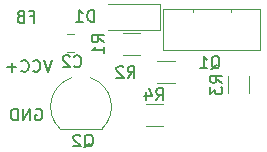
<source format=gbr>
%TF.GenerationSoftware,KiCad,Pcbnew,9.0.5*%
%TF.CreationDate,2025-10-18T17:52:02+02:00*%
%TF.ProjectId,VAS_VE,5641535f-5645-42e6-9b69-6361645f7063,rev?*%
%TF.SameCoordinates,Original*%
%TF.FileFunction,Legend,Bot*%
%TF.FilePolarity,Positive*%
%FSLAX46Y46*%
G04 Gerber Fmt 4.6, Leading zero omitted, Abs format (unit mm)*
G04 Created by KiCad (PCBNEW 9.0.5) date 2025-10-18 17:52:02*
%MOMM*%
%LPD*%
G01*
G04 APERTURE LIST*
%ADD10C,0.150000*%
%ADD11C,0.120000*%
G04 APERTURE END LIST*
D10*
X152391666Y-131654819D02*
X152724999Y-131178628D01*
X152963094Y-131654819D02*
X152963094Y-130654819D01*
X152963094Y-130654819D02*
X152582142Y-130654819D01*
X152582142Y-130654819D02*
X152486904Y-130702438D01*
X152486904Y-130702438D02*
X152439285Y-130750057D01*
X152439285Y-130750057D02*
X152391666Y-130845295D01*
X152391666Y-130845295D02*
X152391666Y-130988152D01*
X152391666Y-130988152D02*
X152439285Y-131083390D01*
X152439285Y-131083390D02*
X152486904Y-131131009D01*
X152486904Y-131131009D02*
X152582142Y-131178628D01*
X152582142Y-131178628D02*
X152963094Y-131178628D01*
X152010713Y-130750057D02*
X151963094Y-130702438D01*
X151963094Y-130702438D02*
X151867856Y-130654819D01*
X151867856Y-130654819D02*
X151629761Y-130654819D01*
X151629761Y-130654819D02*
X151534523Y-130702438D01*
X151534523Y-130702438D02*
X151486904Y-130750057D01*
X151486904Y-130750057D02*
X151439285Y-130845295D01*
X151439285Y-130845295D02*
X151439285Y-130940533D01*
X151439285Y-130940533D02*
X151486904Y-131083390D01*
X151486904Y-131083390D02*
X152058332Y-131654819D01*
X152058332Y-131654819D02*
X151439285Y-131654819D01*
X150354819Y-128633333D02*
X149878628Y-128300000D01*
X150354819Y-128061905D02*
X149354819Y-128061905D01*
X149354819Y-128061905D02*
X149354819Y-128442857D01*
X149354819Y-128442857D02*
X149402438Y-128538095D01*
X149402438Y-128538095D02*
X149450057Y-128585714D01*
X149450057Y-128585714D02*
X149545295Y-128633333D01*
X149545295Y-128633333D02*
X149688152Y-128633333D01*
X149688152Y-128633333D02*
X149783390Y-128585714D01*
X149783390Y-128585714D02*
X149831009Y-128538095D01*
X149831009Y-128538095D02*
X149878628Y-128442857D01*
X149878628Y-128442857D02*
X149878628Y-128061905D01*
X150354819Y-129585714D02*
X150354819Y-129014286D01*
X150354819Y-129300000D02*
X149354819Y-129300000D01*
X149354819Y-129300000D02*
X149497676Y-129204762D01*
X149497676Y-129204762D02*
X149592914Y-129109524D01*
X149592914Y-129109524D02*
X149640533Y-129014286D01*
X154791666Y-133554819D02*
X155124999Y-133078628D01*
X155363094Y-133554819D02*
X155363094Y-132554819D01*
X155363094Y-132554819D02*
X154982142Y-132554819D01*
X154982142Y-132554819D02*
X154886904Y-132602438D01*
X154886904Y-132602438D02*
X154839285Y-132650057D01*
X154839285Y-132650057D02*
X154791666Y-132745295D01*
X154791666Y-132745295D02*
X154791666Y-132888152D01*
X154791666Y-132888152D02*
X154839285Y-132983390D01*
X154839285Y-132983390D02*
X154886904Y-133031009D01*
X154886904Y-133031009D02*
X154982142Y-133078628D01*
X154982142Y-133078628D02*
X155363094Y-133078628D01*
X153934523Y-132888152D02*
X153934523Y-133554819D01*
X154172618Y-132507200D02*
X154410713Y-133221485D01*
X154410713Y-133221485D02*
X153791666Y-133221485D01*
X145952380Y-130154819D02*
X145619047Y-131154819D01*
X145619047Y-131154819D02*
X145285714Y-130154819D01*
X144380952Y-131059580D02*
X144428571Y-131107200D01*
X144428571Y-131107200D02*
X144571428Y-131154819D01*
X144571428Y-131154819D02*
X144666666Y-131154819D01*
X144666666Y-131154819D02*
X144809523Y-131107200D01*
X144809523Y-131107200D02*
X144904761Y-131011961D01*
X144904761Y-131011961D02*
X144952380Y-130916723D01*
X144952380Y-130916723D02*
X144999999Y-130726247D01*
X144999999Y-130726247D02*
X144999999Y-130583390D01*
X144999999Y-130583390D02*
X144952380Y-130392914D01*
X144952380Y-130392914D02*
X144904761Y-130297676D01*
X144904761Y-130297676D02*
X144809523Y-130202438D01*
X144809523Y-130202438D02*
X144666666Y-130154819D01*
X144666666Y-130154819D02*
X144571428Y-130154819D01*
X144571428Y-130154819D02*
X144428571Y-130202438D01*
X144428571Y-130202438D02*
X144380952Y-130250057D01*
X143380952Y-131059580D02*
X143428571Y-131107200D01*
X143428571Y-131107200D02*
X143571428Y-131154819D01*
X143571428Y-131154819D02*
X143666666Y-131154819D01*
X143666666Y-131154819D02*
X143809523Y-131107200D01*
X143809523Y-131107200D02*
X143904761Y-131011961D01*
X143904761Y-131011961D02*
X143952380Y-130916723D01*
X143952380Y-130916723D02*
X143999999Y-130726247D01*
X143999999Y-130726247D02*
X143999999Y-130583390D01*
X143999999Y-130583390D02*
X143952380Y-130392914D01*
X143952380Y-130392914D02*
X143904761Y-130297676D01*
X143904761Y-130297676D02*
X143809523Y-130202438D01*
X143809523Y-130202438D02*
X143666666Y-130154819D01*
X143666666Y-130154819D02*
X143571428Y-130154819D01*
X143571428Y-130154819D02*
X143428571Y-130202438D01*
X143428571Y-130202438D02*
X143380952Y-130250057D01*
X142952380Y-130773866D02*
X142190476Y-130773866D01*
X142571428Y-131154819D02*
X142571428Y-130392914D01*
X144157142Y-126456009D02*
X144490475Y-126456009D01*
X144490475Y-126979819D02*
X144490475Y-125979819D01*
X144490475Y-125979819D02*
X144014285Y-125979819D01*
X143299999Y-126456009D02*
X143157142Y-126503628D01*
X143157142Y-126503628D02*
X143109523Y-126551247D01*
X143109523Y-126551247D02*
X143061904Y-126646485D01*
X143061904Y-126646485D02*
X143061904Y-126789342D01*
X143061904Y-126789342D02*
X143109523Y-126884580D01*
X143109523Y-126884580D02*
X143157142Y-126932200D01*
X143157142Y-126932200D02*
X143252380Y-126979819D01*
X143252380Y-126979819D02*
X143633332Y-126979819D01*
X143633332Y-126979819D02*
X143633332Y-125979819D01*
X143633332Y-125979819D02*
X143299999Y-125979819D01*
X143299999Y-125979819D02*
X143204761Y-126027438D01*
X143204761Y-126027438D02*
X143157142Y-126075057D01*
X143157142Y-126075057D02*
X143109523Y-126170295D01*
X143109523Y-126170295D02*
X143109523Y-126265533D01*
X143109523Y-126265533D02*
X143157142Y-126360771D01*
X143157142Y-126360771D02*
X143204761Y-126408390D01*
X143204761Y-126408390D02*
X143299999Y-126456009D01*
X143299999Y-126456009D02*
X143633332Y-126456009D01*
X159445238Y-130925057D02*
X159540476Y-130877438D01*
X159540476Y-130877438D02*
X159635714Y-130782200D01*
X159635714Y-130782200D02*
X159778571Y-130639342D01*
X159778571Y-130639342D02*
X159873809Y-130591723D01*
X159873809Y-130591723D02*
X159969047Y-130591723D01*
X159921428Y-130829819D02*
X160016666Y-130782200D01*
X160016666Y-130782200D02*
X160111904Y-130686961D01*
X160111904Y-130686961D02*
X160159523Y-130496485D01*
X160159523Y-130496485D02*
X160159523Y-130163152D01*
X160159523Y-130163152D02*
X160111904Y-129972676D01*
X160111904Y-129972676D02*
X160016666Y-129877438D01*
X160016666Y-129877438D02*
X159921428Y-129829819D01*
X159921428Y-129829819D02*
X159730952Y-129829819D01*
X159730952Y-129829819D02*
X159635714Y-129877438D01*
X159635714Y-129877438D02*
X159540476Y-129972676D01*
X159540476Y-129972676D02*
X159492857Y-130163152D01*
X159492857Y-130163152D02*
X159492857Y-130496485D01*
X159492857Y-130496485D02*
X159540476Y-130686961D01*
X159540476Y-130686961D02*
X159635714Y-130782200D01*
X159635714Y-130782200D02*
X159730952Y-130829819D01*
X159730952Y-130829819D02*
X159921428Y-130829819D01*
X158540476Y-130829819D02*
X159111904Y-130829819D01*
X158826190Y-130829819D02*
X158826190Y-129829819D01*
X158826190Y-129829819D02*
X158921428Y-129972676D01*
X158921428Y-129972676D02*
X159016666Y-130067914D01*
X159016666Y-130067914D02*
X159111904Y-130115533D01*
X160379819Y-132083333D02*
X159903628Y-131750000D01*
X160379819Y-131511905D02*
X159379819Y-131511905D01*
X159379819Y-131511905D02*
X159379819Y-131892857D01*
X159379819Y-131892857D02*
X159427438Y-131988095D01*
X159427438Y-131988095D02*
X159475057Y-132035714D01*
X159475057Y-132035714D02*
X159570295Y-132083333D01*
X159570295Y-132083333D02*
X159713152Y-132083333D01*
X159713152Y-132083333D02*
X159808390Y-132035714D01*
X159808390Y-132035714D02*
X159856009Y-131988095D01*
X159856009Y-131988095D02*
X159903628Y-131892857D01*
X159903628Y-131892857D02*
X159903628Y-131511905D01*
X159379819Y-132416667D02*
X159379819Y-133035714D01*
X159379819Y-133035714D02*
X159760771Y-132702381D01*
X159760771Y-132702381D02*
X159760771Y-132845238D01*
X159760771Y-132845238D02*
X159808390Y-132940476D01*
X159808390Y-132940476D02*
X159856009Y-132988095D01*
X159856009Y-132988095D02*
X159951247Y-133035714D01*
X159951247Y-133035714D02*
X160189342Y-133035714D01*
X160189342Y-133035714D02*
X160284580Y-132988095D01*
X160284580Y-132988095D02*
X160332200Y-132940476D01*
X160332200Y-132940476D02*
X160379819Y-132845238D01*
X160379819Y-132845238D02*
X160379819Y-132559524D01*
X160379819Y-132559524D02*
X160332200Y-132464286D01*
X160332200Y-132464286D02*
X160284580Y-132416667D01*
X149538094Y-126904819D02*
X149538094Y-125904819D01*
X149538094Y-125904819D02*
X149299999Y-125904819D01*
X149299999Y-125904819D02*
X149157142Y-125952438D01*
X149157142Y-125952438D02*
X149061904Y-126047676D01*
X149061904Y-126047676D02*
X149014285Y-126142914D01*
X149014285Y-126142914D02*
X148966666Y-126333390D01*
X148966666Y-126333390D02*
X148966666Y-126476247D01*
X148966666Y-126476247D02*
X149014285Y-126666723D01*
X149014285Y-126666723D02*
X149061904Y-126761961D01*
X149061904Y-126761961D02*
X149157142Y-126857200D01*
X149157142Y-126857200D02*
X149299999Y-126904819D01*
X149299999Y-126904819D02*
X149538094Y-126904819D01*
X148014285Y-126904819D02*
X148585713Y-126904819D01*
X148299999Y-126904819D02*
X148299999Y-125904819D01*
X148299999Y-125904819D02*
X148395237Y-126047676D01*
X148395237Y-126047676D02*
X148490475Y-126142914D01*
X148490475Y-126142914D02*
X148585713Y-126190533D01*
X147841666Y-130659580D02*
X147889285Y-130707200D01*
X147889285Y-130707200D02*
X148032142Y-130754819D01*
X148032142Y-130754819D02*
X148127380Y-130754819D01*
X148127380Y-130754819D02*
X148270237Y-130707200D01*
X148270237Y-130707200D02*
X148365475Y-130611961D01*
X148365475Y-130611961D02*
X148413094Y-130516723D01*
X148413094Y-130516723D02*
X148460713Y-130326247D01*
X148460713Y-130326247D02*
X148460713Y-130183390D01*
X148460713Y-130183390D02*
X148413094Y-129992914D01*
X148413094Y-129992914D02*
X148365475Y-129897676D01*
X148365475Y-129897676D02*
X148270237Y-129802438D01*
X148270237Y-129802438D02*
X148127380Y-129754819D01*
X148127380Y-129754819D02*
X148032142Y-129754819D01*
X148032142Y-129754819D02*
X147889285Y-129802438D01*
X147889285Y-129802438D02*
X147841666Y-129850057D01*
X147460713Y-129850057D02*
X147413094Y-129802438D01*
X147413094Y-129802438D02*
X147317856Y-129754819D01*
X147317856Y-129754819D02*
X147079761Y-129754819D01*
X147079761Y-129754819D02*
X146984523Y-129802438D01*
X146984523Y-129802438D02*
X146936904Y-129850057D01*
X146936904Y-129850057D02*
X146889285Y-129945295D01*
X146889285Y-129945295D02*
X146889285Y-130040533D01*
X146889285Y-130040533D02*
X146936904Y-130183390D01*
X146936904Y-130183390D02*
X147508332Y-130754819D01*
X147508332Y-130754819D02*
X146889285Y-130754819D01*
X144586904Y-134302438D02*
X144682142Y-134254819D01*
X144682142Y-134254819D02*
X144824999Y-134254819D01*
X144824999Y-134254819D02*
X144967856Y-134302438D01*
X144967856Y-134302438D02*
X145063094Y-134397676D01*
X145063094Y-134397676D02*
X145110713Y-134492914D01*
X145110713Y-134492914D02*
X145158332Y-134683390D01*
X145158332Y-134683390D02*
X145158332Y-134826247D01*
X145158332Y-134826247D02*
X145110713Y-135016723D01*
X145110713Y-135016723D02*
X145063094Y-135111961D01*
X145063094Y-135111961D02*
X144967856Y-135207200D01*
X144967856Y-135207200D02*
X144824999Y-135254819D01*
X144824999Y-135254819D02*
X144729761Y-135254819D01*
X144729761Y-135254819D02*
X144586904Y-135207200D01*
X144586904Y-135207200D02*
X144539285Y-135159580D01*
X144539285Y-135159580D02*
X144539285Y-134826247D01*
X144539285Y-134826247D02*
X144729761Y-134826247D01*
X144110713Y-135254819D02*
X144110713Y-134254819D01*
X144110713Y-134254819D02*
X143539285Y-135254819D01*
X143539285Y-135254819D02*
X143539285Y-134254819D01*
X143063094Y-135254819D02*
X143063094Y-134254819D01*
X143063094Y-134254819D02*
X142824999Y-134254819D01*
X142824999Y-134254819D02*
X142682142Y-134302438D01*
X142682142Y-134302438D02*
X142586904Y-134397676D01*
X142586904Y-134397676D02*
X142539285Y-134492914D01*
X142539285Y-134492914D02*
X142491666Y-134683390D01*
X142491666Y-134683390D02*
X142491666Y-134826247D01*
X142491666Y-134826247D02*
X142539285Y-135016723D01*
X142539285Y-135016723D02*
X142586904Y-135111961D01*
X142586904Y-135111961D02*
X142682142Y-135207200D01*
X142682142Y-135207200D02*
X142824999Y-135254819D01*
X142824999Y-135254819D02*
X143063094Y-135254819D01*
X148695238Y-137550057D02*
X148790476Y-137502438D01*
X148790476Y-137502438D02*
X148885714Y-137407200D01*
X148885714Y-137407200D02*
X149028571Y-137264342D01*
X149028571Y-137264342D02*
X149123809Y-137216723D01*
X149123809Y-137216723D02*
X149219047Y-137216723D01*
X149171428Y-137454819D02*
X149266666Y-137407200D01*
X149266666Y-137407200D02*
X149361904Y-137311961D01*
X149361904Y-137311961D02*
X149409523Y-137121485D01*
X149409523Y-137121485D02*
X149409523Y-136788152D01*
X149409523Y-136788152D02*
X149361904Y-136597676D01*
X149361904Y-136597676D02*
X149266666Y-136502438D01*
X149266666Y-136502438D02*
X149171428Y-136454819D01*
X149171428Y-136454819D02*
X148980952Y-136454819D01*
X148980952Y-136454819D02*
X148885714Y-136502438D01*
X148885714Y-136502438D02*
X148790476Y-136597676D01*
X148790476Y-136597676D02*
X148742857Y-136788152D01*
X148742857Y-136788152D02*
X148742857Y-137121485D01*
X148742857Y-137121485D02*
X148790476Y-137311961D01*
X148790476Y-137311961D02*
X148885714Y-137407200D01*
X148885714Y-137407200D02*
X148980952Y-137454819D01*
X148980952Y-137454819D02*
X149171428Y-137454819D01*
X148361904Y-136550057D02*
X148314285Y-136502438D01*
X148314285Y-136502438D02*
X148219047Y-136454819D01*
X148219047Y-136454819D02*
X147980952Y-136454819D01*
X147980952Y-136454819D02*
X147885714Y-136502438D01*
X147885714Y-136502438D02*
X147838095Y-136550057D01*
X147838095Y-136550057D02*
X147790476Y-136645295D01*
X147790476Y-136645295D02*
X147790476Y-136740533D01*
X147790476Y-136740533D02*
X147838095Y-136883390D01*
X147838095Y-136883390D02*
X148409523Y-137454819D01*
X148409523Y-137454819D02*
X147790476Y-137454819D01*
D11*
%TO.C,R2*%
X156352064Y-130240000D02*
X154897936Y-130240000D01*
X156352064Y-132060000D02*
X154897936Y-132060000D01*
%TO.C,R1*%
X151997936Y-127865000D02*
X153452064Y-127865000D01*
X151997936Y-129685000D02*
X153452064Y-129685000D01*
%TO.C,R4*%
X155352064Y-133890000D02*
X153897936Y-133890000D01*
X155352064Y-135710000D02*
X153897936Y-135710000D01*
%TO.C,Q1*%
X155390000Y-125865000D02*
X155390000Y-129335000D01*
X155390000Y-129335000D02*
X163610000Y-129335000D01*
X157900000Y-125865000D02*
X157900000Y-126085000D01*
X161100000Y-125865000D02*
X161100000Y-126085000D01*
X163610000Y-125865000D02*
X155390000Y-125865000D01*
X163610000Y-129335000D02*
X163610000Y-125865000D01*
%TO.C,R3*%
X160840000Y-132977064D02*
X160840000Y-131522936D01*
X162660000Y-132977064D02*
X162660000Y-131522936D01*
%TO.C,D1*%
X150700000Y-125390000D02*
X155110000Y-125390000D01*
X155110000Y-125390000D02*
X155110000Y-127610000D01*
X155110000Y-127610000D02*
X150700000Y-127610000D01*
%TO.C,C2*%
X147811252Y-127965000D02*
X147288748Y-127965000D01*
X147811252Y-129435000D02*
X147288748Y-129435000D01*
%TO.C,Q2*%
X150230000Y-135950000D02*
X146630000Y-135950000D01*
X146621555Y-135927684D02*
G75*
G02*
X147650000Y-131650000I1808445J1827684D01*
G01*
X149250000Y-131650000D02*
G75*
G02*
X150241875Y-135941741I-820000J-2450000D01*
G01*
%TD*%
M02*

</source>
